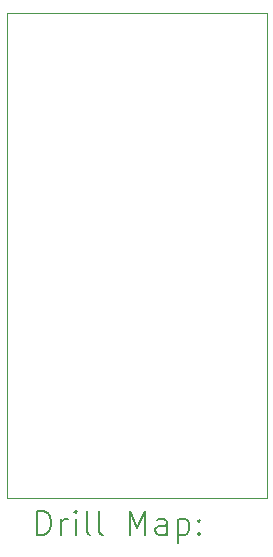
<source format=gbr>
%TF.GenerationSoftware,KiCad,Pcbnew,9.0.7*%
%TF.CreationDate,2026-02-04T18:11:02+11:00*%
%TF.ProjectId,g3507-base,67333530-372d-4626-9173-652e6b696361,rev?*%
%TF.SameCoordinates,Original*%
%TF.FileFunction,Drillmap*%
%TF.FilePolarity,Positive*%
%FSLAX45Y45*%
G04 Gerber Fmt 4.5, Leading zero omitted, Abs format (unit mm)*
G04 Created by KiCad (PCBNEW 9.0.7) date 2026-02-04 18:11:02*
%MOMM*%
%LPD*%
G01*
G04 APERTURE LIST*
%ADD10C,0.038100*%
%ADD11C,0.200000*%
G04 APERTURE END LIST*
D10*
X10700000Y-9600000D02*
X12900000Y-9600000D01*
X12900000Y-9600000D02*
X12900000Y-5500000D01*
X10700000Y-5500000D02*
X10700000Y-9600000D01*
X12900000Y-5500000D02*
X10700000Y-5500000D01*
D11*
X10958872Y-9913389D02*
X10958872Y-9713389D01*
X10958872Y-9713389D02*
X11006491Y-9713389D01*
X11006491Y-9713389D02*
X11035062Y-9722913D01*
X11035062Y-9722913D02*
X11054110Y-9741960D01*
X11054110Y-9741960D02*
X11063634Y-9761008D01*
X11063634Y-9761008D02*
X11073158Y-9799103D01*
X11073158Y-9799103D02*
X11073158Y-9827675D01*
X11073158Y-9827675D02*
X11063634Y-9865770D01*
X11063634Y-9865770D02*
X11054110Y-9884817D01*
X11054110Y-9884817D02*
X11035062Y-9903865D01*
X11035062Y-9903865D02*
X11006491Y-9913389D01*
X11006491Y-9913389D02*
X10958872Y-9913389D01*
X11158872Y-9913389D02*
X11158872Y-9780055D01*
X11158872Y-9818151D02*
X11168396Y-9799103D01*
X11168396Y-9799103D02*
X11177919Y-9789579D01*
X11177919Y-9789579D02*
X11196967Y-9780055D01*
X11196967Y-9780055D02*
X11216015Y-9780055D01*
X11282681Y-9913389D02*
X11282681Y-9780055D01*
X11282681Y-9713389D02*
X11273157Y-9722913D01*
X11273157Y-9722913D02*
X11282681Y-9732436D01*
X11282681Y-9732436D02*
X11292205Y-9722913D01*
X11292205Y-9722913D02*
X11282681Y-9713389D01*
X11282681Y-9713389D02*
X11282681Y-9732436D01*
X11406491Y-9913389D02*
X11387443Y-9903865D01*
X11387443Y-9903865D02*
X11377919Y-9884817D01*
X11377919Y-9884817D02*
X11377919Y-9713389D01*
X11511253Y-9913389D02*
X11492205Y-9903865D01*
X11492205Y-9903865D02*
X11482681Y-9884817D01*
X11482681Y-9884817D02*
X11482681Y-9713389D01*
X11739824Y-9913389D02*
X11739824Y-9713389D01*
X11739824Y-9713389D02*
X11806491Y-9856246D01*
X11806491Y-9856246D02*
X11873157Y-9713389D01*
X11873157Y-9713389D02*
X11873157Y-9913389D01*
X12054110Y-9913389D02*
X12054110Y-9808627D01*
X12054110Y-9808627D02*
X12044586Y-9789579D01*
X12044586Y-9789579D02*
X12025538Y-9780055D01*
X12025538Y-9780055D02*
X11987443Y-9780055D01*
X11987443Y-9780055D02*
X11968396Y-9789579D01*
X12054110Y-9903865D02*
X12035062Y-9913389D01*
X12035062Y-9913389D02*
X11987443Y-9913389D01*
X11987443Y-9913389D02*
X11968396Y-9903865D01*
X11968396Y-9903865D02*
X11958872Y-9884817D01*
X11958872Y-9884817D02*
X11958872Y-9865770D01*
X11958872Y-9865770D02*
X11968396Y-9846722D01*
X11968396Y-9846722D02*
X11987443Y-9837198D01*
X11987443Y-9837198D02*
X12035062Y-9837198D01*
X12035062Y-9837198D02*
X12054110Y-9827675D01*
X12149348Y-9780055D02*
X12149348Y-9980055D01*
X12149348Y-9789579D02*
X12168396Y-9780055D01*
X12168396Y-9780055D02*
X12206491Y-9780055D01*
X12206491Y-9780055D02*
X12225538Y-9789579D01*
X12225538Y-9789579D02*
X12235062Y-9799103D01*
X12235062Y-9799103D02*
X12244586Y-9818151D01*
X12244586Y-9818151D02*
X12244586Y-9875294D01*
X12244586Y-9875294D02*
X12235062Y-9894341D01*
X12235062Y-9894341D02*
X12225538Y-9903865D01*
X12225538Y-9903865D02*
X12206491Y-9913389D01*
X12206491Y-9913389D02*
X12168396Y-9913389D01*
X12168396Y-9913389D02*
X12149348Y-9903865D01*
X12330300Y-9894341D02*
X12339824Y-9903865D01*
X12339824Y-9903865D02*
X12330300Y-9913389D01*
X12330300Y-9913389D02*
X12320777Y-9903865D01*
X12320777Y-9903865D02*
X12330300Y-9894341D01*
X12330300Y-9894341D02*
X12330300Y-9913389D01*
X12330300Y-9789579D02*
X12339824Y-9799103D01*
X12339824Y-9799103D02*
X12330300Y-9808627D01*
X12330300Y-9808627D02*
X12320777Y-9799103D01*
X12320777Y-9799103D02*
X12330300Y-9789579D01*
X12330300Y-9789579D02*
X12330300Y-9808627D01*
M02*

</source>
